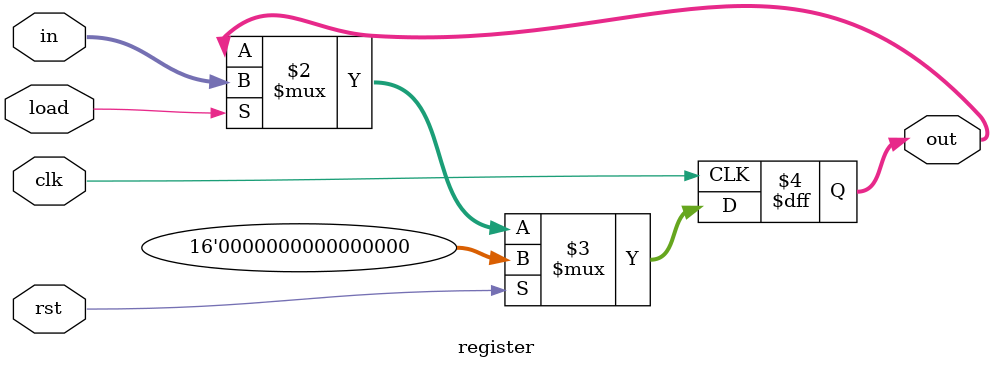
<source format=v>
module register (
    input             clk,
    input             rst,
    input      [15:0] in,
    input             load,
    output reg [15:0] out
);

  always @(posedge clk) out <= rst ? 16'h0000 : load ? in : out;

endmodule

</source>
